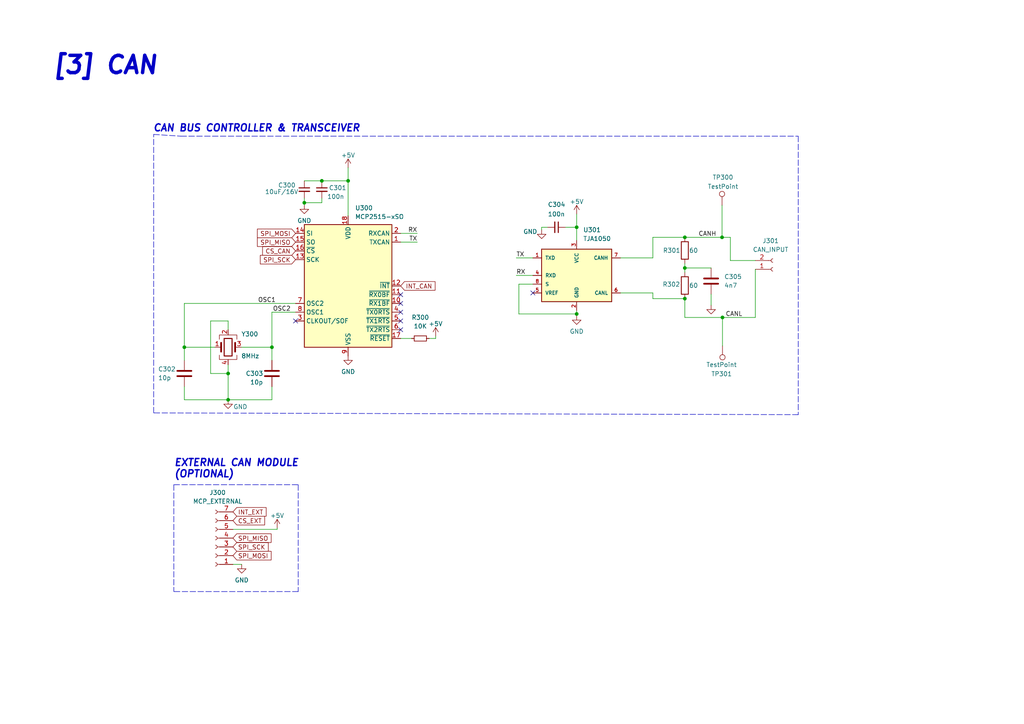
<source format=kicad_sch>
(kicad_sch (version 20211123) (generator eeschema)
  (paper "A4")
  (lib_symbols
    (symbol "Connector:Conn_01x02_Female" (pin_names (offset 1.016) hide)
      (property "Reference" "J" (at 0 2.54 0))
      (property "Value" "Conn_01x02_Female" (at 0 -5.08 0))
      (symbol "Conn_01x02_Female_1_1"
        (arc (start 0 -2.032) (mid -0.508 -2.54) (end 0 -3.048) (stroke (width 0.1524)))
        (polyline (pts (xy -1.27 -2.54) (xy -0.508 -2.54)) (stroke (width 0.1524)))
        (polyline (pts (xy -1.27 0) (xy -0.508 0)) (stroke (width 0.1524)))
        (arc (start 0 0.508) (mid -0.508 0) (end 0 -0.508) (stroke (width 0.1524)))
        (pin passive line (at -5.08 0 0) (length 3.81) (name "Pin_1") (number "1"))
        (pin passive line (at -5.08 -2.54 0) (length 3.81) (name "Pin_2") (number "2"))
      )
    )
    (symbol "Connector:Conn_01x07_Female" (pin_names (offset 1.016) hide)
      (property "Reference" "J" (at 0 10.16 0))
      (property "Value" "Conn_01x07_Female" (at 0 -10.16 0))
      (symbol "Conn_01x07_Female_1_1"
        (arc (start 0 -7.112) (mid -0.508 -7.62) (end 0 -8.128) (stroke (width 0.1524)))
        (arc (start 0 -4.572) (mid -0.508 -5.08) (end 0 -5.588) (stroke (width 0.1524)))
        (arc (start 0 -2.032) (mid -0.508 -2.54) (end 0 -3.048) (stroke (width 0.1524)))
        (polyline (pts (xy -1.27 -7.62) (xy -0.508 -7.62)) (stroke (width 0.1524)))
        (polyline (pts (xy -1.27 -5.08) (xy -0.508 -5.08)) (stroke (width 0.1524)))
        (polyline (pts (xy -1.27 -2.54) (xy -0.508 -2.54)) (stroke (width 0.1524)))
        (polyline (pts (xy -1.27 0) (xy -0.508 0)) (stroke (width 0.1524)))
        (polyline (pts (xy -1.27 2.54) (xy -0.508 2.54)) (stroke (width 0.1524)))
        (polyline (pts (xy -1.27 5.08) (xy -0.508 5.08)) (stroke (width 0.1524)))
        (polyline (pts (xy -1.27 7.62) (xy -0.508 7.62)) (stroke (width 0.1524)))
        (arc (start 0 0.508) (mid -0.508 0) (end 0 -0.508) (stroke (width 0.1524)))
        (arc (start 0 3.048) (mid -0.508 2.54) (end 0 2.032) (stroke (width 0.1524)))
        (arc (start 0 5.588) (mid -0.508 5.08) (end 0 4.572) (stroke (width 0.1524)))
        (arc (start 0 8.128) (mid -0.508 7.62) (end 0 7.112) (stroke (width 0.1524)))
        (pin passive line (at -5.08 7.62 0) (length 3.81) (name "Pin_1") (number "1"))
        (pin passive line (at -5.08 5.08 0) (length 3.81) (name "Pin_2") (number "2"))
        (pin passive line (at -5.08 2.54 0) (length 3.81) (name "Pin_3") (number "3"))
        (pin passive line (at -5.08 0 0) (length 3.81) (name "Pin_4") (number "4"))
        (pin passive line (at -5.08 -2.54 0) (length 3.81) (name "Pin_5") (number "5"))
        (pin passive line (at -5.08 -5.08 0) (length 3.81) (name "Pin_6") (number "6"))
        (pin passive line (at -5.08 -7.62 0) (length 3.81) (name "Pin_7") (number "7"))
      )
    )
    (symbol "Connector:TestPoint" (pin_numbers hide) (pin_names (offset 0.762) hide)
      (property "Reference" "TP" (at 0 6.858 0))
      (property "Value" "TestPoint" (at 0 5.08 0))
      (symbol "TestPoint_0_1"
        (circle (center 0 3.302) (radius 0.762))
      )
      (symbol "TestPoint_1_1"
        (pin passive line (at 0 0 90) (length 2.54) (name "1") (number "1"))
      )
    )
    (symbol "Device:C" (pin_numbers hide) (pin_names (offset 0.254))
      (property "Reference" "C" (at 0.635 2.54 0))
      (property "Value" "C" (at 0.635 -2.54 0))
      (symbol "C_0_1"
        (polyline (pts (xy -2.032 -0.762) (xy 2.032 -0.762)) (stroke (width 0.508)))
        (polyline (pts (xy -2.032 0.762) (xy 2.032 0.762)) (stroke (width 0.508)))
      )
      (symbol "C_1_1"
        (pin passive line (at 0 3.81 270) (length 2.794) (name "~") (number "1"))
        (pin passive line (at 0 -3.81 90) (length 2.794) (name "~") (number "2"))
      )
    )
    (symbol "Device:C_Small" (pin_numbers hide) (pin_names (offset 0.254) hide)
      (property "Reference" "C" (at 0.254 1.778 0))
      (property "Value" "C_Small" (at 0.254 -2.032 0))
      (symbol "C_Small_0_1"
        (polyline (pts (xy -1.524 -0.508) (xy 1.524 -0.508)) (stroke (width 0.3302)))
        (polyline (pts (xy -1.524 0.508) (xy 1.524 0.508)) (stroke (width 0.3048)))
      )
      (symbol "C_Small_1_1"
        (pin passive line (at 0 2.54 270) (length 2.032) (name "~") (number "1"))
        (pin passive line (at 0 -2.54 90) (length 2.032) (name "~") (number "2"))
      )
    )
    (symbol "Device:Crystal_GND24" (pin_names (offset 1.016) hide)
      (property "Reference" "Y" (at 3.175 5.08 0))
      (property "Value" "Crystal_GND24" (at 3.175 3.175 0))
      (symbol "Crystal_GND24_0_1"
        (rectangle (start -1.143 2.54) (end 1.143 -2.54) (stroke (width 0.3048)))
        (polyline (pts (xy -2.54 0) (xy -2.032 0)))
        (polyline (pts (xy -2.032 -1.27) (xy -2.032 1.27)) (stroke (width 0.508)))
        (polyline (pts (xy 0 -3.81) (xy 0 -3.556)))
        (polyline (pts (xy 0 3.556) (xy 0 3.81)))
        (polyline (pts (xy 2.032 -1.27) (xy 2.032 1.27)) (stroke (width 0.508)))
        (polyline (pts (xy 2.032 0) (xy 2.54 0)))
        (polyline (pts (xy -2.54 -2.286) (xy -2.54 -3.556) (xy 2.54 -3.556) (xy 2.54 -2.286)))
        (polyline (pts (xy -2.54 2.286) (xy -2.54 3.556) (xy 2.54 3.556) (xy 2.54 2.286)))
      )
      (symbol "Crystal_GND24_1_1"
        (pin passive line (at -3.81 0 0) (length 1.27) (name "1") (number "1"))
        (pin passive line (at 0 5.08 270) (length 1.27) (name "2") (number "2"))
        (pin passive line (at 3.81 0 180) (length 1.27) (name "3") (number "3"))
        (pin passive line (at 0 -5.08 90) (length 1.27) (name "4") (number "4"))
      )
    )
    (symbol "Device:R" (pin_numbers hide) (pin_names (offset 0))
      (property "Reference" "R" (at 2.032 0 90))
      (property "Value" "R" (at 0 0 90))
      (symbol "R_0_1"
        (rectangle (start -1.016 -2.54) (end 1.016 2.54) (stroke (width 0.254)))
      )
      (symbol "R_1_1"
        (pin passive line (at 0 3.81 270) (length 1.27) (name "~") (number "1"))
        (pin passive line (at 0 -3.81 90) (length 1.27) (name "~") (number "2"))
      )
    )
    (symbol "Device:R_Small" (pin_numbers hide) (pin_names (offset 0.254) hide)
      (property "Reference" "R" (at 0.762 0.508 0))
      (property "Value" "R_Small" (at 0.762 -1.016 0))
      (symbol "R_Small_0_1"
        (rectangle (start -0.762 1.778) (end 0.762 -1.778) (stroke (width 0.2032)))
      )
      (symbol "R_Small_1_1"
        (pin passive line (at 0 2.54 270) (length 0.762) (name "~") (number "1"))
        (pin passive line (at 0 -2.54 90) (length 0.762) (name "~") (number "2"))
      )
    )
    (symbol "Interface_CAN_LIN:MCP2515-xSO"
      (property "Reference" "U" (at -10.16 19.685 0))
      (property "Value" "MCP2515-xSO" (at 19.05 20.32 0))
      (symbol "MCP2515-xSO_0_1"
        (rectangle (start -12.7 17.78) (end 12.7 -17.78) (stroke (width 0.254)) (fill (type background)))
      )
      (symbol "MCP2515-xSO_1_1"
        (pin output line (at 15.24 12.7 180) (length 2.54) (name "TXCAN") (number "1"))
        (pin output line (at 15.24 -5.08 180) (length 2.54) (name "~{RX1BF}") (number "10"))
        (pin output line (at 15.24 -2.54 180) (length 2.54) (name "~{RX0BF}") (number "11"))
        (pin output line (at 15.24 0 180) (length 2.54) (name "~{INT}") (number "12"))
        (pin input line (at -15.24 7.62 0) (length 2.54) (name "SCK") (number "13"))
        (pin input line (at -15.24 15.24 0) (length 2.54) (name "SI") (number "14"))
        (pin output line (at -15.24 12.7 0) (length 2.54) (name "SO") (number "15"))
        (pin input line (at -15.24 10.16 0) (length 2.54) (name "~{CS}") (number "16"))
        (pin input line (at 15.24 -15.24 180) (length 2.54) (name "~{RESET}") (number "17"))
        (pin power_in line (at 0 20.32 270) (length 2.54) (name "VDD") (number "18"))
        (pin input line (at 15.24 15.24 180) (length 2.54) (name "RXCAN") (number "2"))
        (pin output line (at -15.24 -10.16 0) (length 2.54) (name "CLKOUT/SOF") (number "3"))
        (pin input line (at 15.24 -7.62 180) (length 2.54) (name "~{TX0RTS}") (number "4"))
        (pin input line (at 15.24 -10.16 180) (length 2.54) (name "~{TX1RTS}") (number "5"))
        (pin input line (at 15.24 -12.7 180) (length 2.54) (name "~{TX2RTS}") (number "6"))
        (pin output line (at -15.24 -5.08 0) (length 2.54) (name "OSC2") (number "7"))
        (pin input line (at -15.24 -7.62 0) (length 2.54) (name "OSC1") (number "8"))
        (pin power_in line (at 0 -20.32 90) (length 2.54) (name "VSS") (number "9"))
      )
    )
    (symbol "TJA1050T:TJA1050" (pin_names (offset 1.016))
      (property "Reference" "U" (at -10.16 10.16 0))
      (property "Value" "TJA1050" (at -10.16 -10.16 0))
      (symbol "TJA1050_0_0"
        (rectangle (start -10.16 -7.62) (end 10.16 7.62) (stroke (width 0.254)) (fill (type background)))
        (pin output line (at -12.7 5.08 0) (length 2.54) (name "TXD") (number "1"))
        (pin bidirectional line (at 0 -10.16 90) (length 2.54) (name "GND") (number "2"))
        (pin bidirectional line (at 0 10.16 270) (length 2.54) (name "VCC") (number "3"))
        (pin bidirectional line (at -12.7 0 0) (length 2.54) (name "RXD") (number "4"))
        (pin passive line (at -12.7 -5.08 0) (length 2.54) (name "VREF") (number "5"))
        (pin bidirectional line (at 12.7 -5.08 180) (length 2.54) (name "CANL") (number "6"))
        (pin bidirectional line (at 12.7 5.08 180) (length 2.54) (name "CANH") (number "7"))
        (pin power_in line (at -12.7 -2.54 0) (length 2.54) (name "S") (number "8"))
      )
    )
    (symbol "power:+5V" (power) (pin_names (offset 0))
      (property "Value" "+5V" (at 0 3.556 0))
      (symbol "+5V_0_1"
        (polyline (pts (xy -0.762 1.27) (xy 0 2.54)))
        (polyline (pts (xy 0 0) (xy 0 2.54)))
        (polyline (pts (xy 0 2.54) (xy 0.762 1.27)))
      )
      (symbol "+5V_1_1"
        (pin power_in line (at 0 0 90) (length 0) hide (name "+5V") (number "1"))
      )
    )
    (symbol "power:GND" (power) (pin_names (offset 0))
      (property "Value" "GND" (at 0 -3.81 0))
      (symbol "GND_0_1"
        (polyline (pts (xy 0 0) (xy 0 -1.27) (xy 1.27 -1.27) (xy 0 -2.54) (xy -1.27 -1.27) (xy 0 -1.27)))
      )
      (symbol "GND_1_1"
        (pin power_in line (at 0 0 270) (length 0) hide (name "GND") (number "1"))
      )
    )
  )
  (junction (at 78.867 100.711))
  (junction (at 53.467 100.711))
  (junction (at 93.345 52.451))
  (junction (at 66.167 108.331))
  (junction (at 100.965 52.451))
  (junction (at 167.259 65.913))
  (junction (at 198.628 68.834))
  (junction (at 209.55 92.075))
  (junction (at 167.259 91.059))
  (junction (at 88.265 58.801))
  (junction (at 198.628 77.724))
  (junction (at 209.423 68.834))
  (junction (at 198.628 86.614))
  (junction (at 66.167 115.951))
  (no_connect (at 116.205 90.551))
  (no_connect (at 116.205 95.631))
  (no_connect (at 85.725 93.091))
  (no_connect (at 116.205 93.091))
  (no_connect (at 116.205 88.011))
  (no_connect (at 116.205 85.471))
  (no_connect (at 154.559 84.963))
  (polyline (pts (xy 50.419 140.589) (xy 50.419 171.577)))
  (wire (pts (xy 219.075 75.565) (xy 211.836 75.565)))
  (wire (pts (xy 206.248 85.344) (xy 206.248 88.519)))
  (wire (pts (xy 80.391 153.543) (xy 80.391 153.162)))
  (wire (pts (xy 124.46 98.171) (xy 126.365 98.171)))
  (wire (pts (xy 211.836 75.565) (xy 211.836 68.834)))
  (polyline (pts (xy 231.521 39.497) (xy 231.521 120.269)))
  (wire (pts (xy 209.423 68.834) (xy 198.628 68.834)))
  (wire (pts (xy 66.167 105.791) (xy 66.167 108.331)))
  (polyline (pts (xy 52.451 39.497) (xy 231.521 39.497)))
  (wire (pts (xy 189.357 86.614) (xy 198.628 86.614)))
  (wire (pts (xy 189.357 68.834) (xy 189.357 74.803)))
  (wire (pts (xy 198.628 68.834) (xy 189.357 68.834)))
  (wire (pts (xy 209.55 92.075) (xy 209.55 100.33)))
  (wire (pts (xy 198.628 77.724) (xy 198.628 78.994)))
  (wire (pts (xy 150.495 91.059) (xy 167.259 91.059)))
  (polyline (pts (xy 86.487 140.589) (xy 86.487 171.577)))
  (wire (pts (xy 67.564 153.543) (xy 80.391 153.543)))
  (wire (pts (xy 78.867 104.521) (xy 78.867 100.711)))
  (wire (pts (xy 167.259 62.103) (xy 167.259 65.913)))
  (wire (pts (xy 149.733 79.883) (xy 154.559 79.883)))
  (wire (pts (xy 167.259 91.059) (xy 167.259 90.043)))
  (wire (pts (xy 167.259 91.567) (xy 167.259 91.059)))
  (wire (pts (xy 116.205 70.231) (xy 121.031 70.231)))
  (wire (pts (xy 66.167 108.331) (xy 66.167 115.951)))
  (wire (pts (xy 61.087 108.331) (xy 66.167 108.331)))
  (wire (pts (xy 93.345 57.531) (xy 93.345 58.801)))
  (polyline (pts (xy 86.487 171.577) (xy 50.419 171.577)))
  (wire (pts (xy 163.957 65.913) (xy 167.259 65.913)))
  (wire (pts (xy 53.467 88.011) (xy 85.725 88.011)))
  (wire (pts (xy 93.345 52.451) (xy 100.965 52.451)))
  (wire (pts (xy 189.357 84.963) (xy 189.357 86.614)))
  (wire (pts (xy 61.087 93.091) (xy 61.087 108.331)))
  (wire (pts (xy 179.959 74.803) (xy 189.357 74.803)))
  (wire (pts (xy 88.265 57.531) (xy 88.265 58.801)))
  (wire (pts (xy 53.467 115.951) (xy 53.467 112.141)))
  (wire (pts (xy 158.877 65.913) (xy 157.099 65.913)))
  (wire (pts (xy 78.867 115.951) (xy 78.867 112.141)))
  (wire (pts (xy 209.55 92.075) (xy 198.628 92.075)))
  (wire (pts (xy 116.205 98.171) (xy 119.38 98.171)))
  (wire (pts (xy 219.075 78.105) (xy 219.075 92.075)))
  (polyline (pts (xy 231.521 120.269) (xy 44.577 119.761)))
  (wire (pts (xy 66.167 93.091) (xy 61.087 93.091)))
  (wire (pts (xy 198.628 77.724) (xy 206.248 77.724)))
  (wire (pts (xy 78.867 90.551) (xy 85.725 90.551)))
  (wire (pts (xy 53.467 115.951) (xy 66.167 115.951)))
  (wire (pts (xy 116.205 67.691) (xy 121.031 67.691)))
  (wire (pts (xy 78.867 90.551) (xy 78.867 100.711)))
  (wire (pts (xy 126.365 97.536) (xy 126.365 98.171)))
  (wire (pts (xy 211.836 68.834) (xy 209.423 68.834)))
  (wire (pts (xy 100.965 48.641) (xy 100.965 52.451)))
  (wire (pts (xy 88.265 58.801) (xy 88.265 59.436)))
  (wire (pts (xy 198.628 92.075) (xy 198.628 86.614)))
  (wire (pts (xy 66.167 115.951) (xy 78.867 115.951)))
  (wire (pts (xy 67.564 163.703) (xy 70.104 163.703)))
  (wire (pts (xy 209.423 59.563) (xy 209.423 68.834)))
  (polyline (pts (xy 50.419 140.589) (xy 86.487 140.589)))
  (wire (pts (xy 88.265 58.801) (xy 93.345 58.801)))
  (wire (pts (xy 157.099 65.913) (xy 157.099 66.675)))
  (wire (pts (xy 100.965 52.451) (xy 100.965 62.611)))
  (wire (pts (xy 53.467 100.711) (xy 62.357 100.711)))
  (wire (pts (xy 198.628 76.454) (xy 198.628 77.724)))
  (polyline (pts (xy 44.577 38.989) (xy 52.451 39.497)))
  (polyline (pts (xy 44.577 119.761) (xy 44.577 38.989)))
  (wire (pts (xy 154.559 82.423) (xy 150.495 82.423)))
  (wire (pts (xy 78.867 100.711) (xy 69.977 100.711)))
  (wire (pts (xy 53.467 88.011) (xy 53.467 100.711)))
  (wire (pts (xy 150.495 82.423) (xy 150.495 91.059)))
  (wire (pts (xy 53.467 104.521) (xy 53.467 100.711)))
  (wire (pts (xy 66.167 95.631) (xy 66.167 93.091)))
  (wire (pts (xy 219.075 92.075) (xy 209.55 92.075)))
  (wire (pts (xy 167.259 65.913) (xy 167.259 69.723)))
  (wire (pts (xy 88.265 52.451) (xy 93.345 52.451)))
  (wire (pts (xy 179.959 84.963) (xy 189.357 84.963)))
  (wire (pts (xy 154.559 74.803) (xy 149.733 74.803)))
  (text "EXTERNAL CAN MODULE\n(OPTIONAL)" (at 50.419 138.811 0) (effects (font (size 2.032 2.032) (thickness 0.4064) bold italic) (justify left bottom)))
  (text "[3] CAN" (at 14.986 21.971 0) (effects (font (size 5.0038 5.0038) (thickness 1.0008) bold italic) (justify left bottom)))
  (text "CAN BUS CONTROLLER & TRANSCEIVER" (at 44.323 38.481 0) (effects (font (size 2.032 2.032) bold italic) (justify left bottom)))
  (label "OSC2" (at 79.121 90.551 0))
  (label "TX" (at 149.733 74.803 0))
  (label "TX" (at 121.031 70.231 180))
  (label "RX" (at 121.031 67.691 180))
  (label "RX" (at 149.733 79.883 0))
  (label "CANL" (at 210.439 92.075 0))
  (label "OSC1" (at 74.803 88.011 0))
  (label "CANH" (at 202.565 68.834 0))
  (global_label "CS_CAN" (shape input) (at 85.725 72.771 180) (property "Intersheet References" "${INTERSHEET_REFS}" (effects hide)))
  (global_label "CS_EXT" (shape input) (at 67.564 151.003 0) (property "Intersheet References" "${INTERSHEET_REFS}" (effects hide)))
  (global_label "SPI_MOSI" (shape input) (at 67.564 161.163 0) (property "Intersheet References" "${INTERSHEET_REFS}" (effects hide)))
  (global_label "SPI_MOSI" (shape input) (at 85.725 67.691 180) (property "Intersheet References" "${INTERSHEET_REFS}" (effects hide)))
  (global_label "SPI_MISO" (shape input) (at 85.725 70.231 180) (property "Intersheet References" "${INTERSHEET_REFS}" (effects hide)))
  (global_label "SPI_MISO" (shape input) (at 67.564 156.083 0) (property "Intersheet References" "${INTERSHEET_REFS}" (effects hide)))
  (global_label "INT_CAN" (shape input) (at 116.205 82.931 0) (property "Intersheet References" "${INTERSHEET_REFS}" (effects hide)))
  (global_label "SPI_SCK" (shape input) (at 67.564 158.623 0) (property "Intersheet References" "${INTERSHEET_REFS}" (effects hide)))
  (global_label "INT_EXT" (shape input) (at 67.564 148.463 0) (property "Intersheet References" "${INTERSHEET_REFS}" (effects hide)))
  (global_label "SPI_SCK" (shape input) (at 85.725 75.311 180) (property "Intersheet References" "${INTERSHEET_REFS}" (effects hide)))
  (symbol (lib_id "Device:C") (at 206.248 81.534 0) (unit 1)
    (property "Reference" "C305" (at 210.058 80.264 0) (effects (justify left)))
    (property "Value" "4n7" (at 210.058 82.804 0) (effects (justify left)))
    (property "Footprint" "Capacitor_SMD:C_0805_2012Metric" (effects hide))
    (property "LCSC" "C1744" (effects hide))
  )
  (symbol (lib_id "power:GND") (at 100.965 103.251 0) (unit 1)
    (property "Reference" "#PWR0133" (effects hide))
    (property "Value" "GND" (at 100.965 107.8135 0))
  )
  (symbol (lib_id "power:GND") (at 167.259 91.567 0) (unit 1)
    (property "Reference" "#PWR0131" (effects hide))
    (property "Value" "GND" (at 167.259 96.1295 0))
  )
  (symbol (lib_id "Connector:Conn_01x02_Female") (at 224.155 78.105 0) (mirror x) (unit 1)
    (property "Reference" "J301" (at 223.52 69.85 0))
    (property "Value" "CAN_INPUT" (at 223.52 72.39 0))
    (property "Footprint" "Connector_Phoenix_MSTB:PhoenixContact_MSTBA_2,5_2-G-5,08_1x02_P5.08mm_Horizontal" (effects hide))
  )
  (symbol (lib_id "power:GND") (at 88.265 59.436 0) (unit 1)
    (property "Reference" "#PWR0127" (effects hide))
    (property "Value" "GND" (at 88.265 63.9985 0))
  )
  (symbol (lib_id "Device:R") (at 198.628 72.644 0) (unit 1)
    (property "Reference" "R301" (at 194.818 72.644 0))
    (property "Value" "60" (at 201.168 72.644 0))
    (property "Footprint" "Resistor_SMD:R_0402_1005Metric" (effects hide))
  )
  (symbol (lib_id "power:GND") (at 206.248 88.519 0) (mirror y) (unit 1)
    (property "Reference" "#PWR0129" (effects hide))
    (property "Value" "GND" (effects hide))
  )
  (symbol (lib_id "power:+5V") (at 80.391 153.162 0) (unit 1)
    (property "Reference" "#PWR0125" (effects hide))
    (property "Value" "+5V" (at 80.391 149.5575 0))
  )
  (symbol (lib_id "Device:R_Small") (at 121.92 98.171 270) (unit 1)
    (property "Reference" "R300" (at 121.92 92.075 90))
    (property "Value" "10K" (at 121.92 94.615 90))
    (property "Footprint" "Resistor_SMD:R_0603_1608Metric" (effects hide))
    (property "LCSC" "C25804" (effects hide))
  )
  (symbol (lib_id "Connector:Conn_01x07_Female") (at 62.484 156.083 180) (unit 1)
    (property "Reference" "J300" (at 63.119 142.875 0))
    (property "Value" "MCP_EXTERNAL" (at 63.119 145.415 0))
    (property "Footprint" "Connector_PinHeader_2.54mm:PinHeader_1x07_P2.54mm_Vertical" (effects hide))
  )
  (symbol (lib_id "power:+5V") (at 126.365 97.536 0) (unit 1)
    (property "Reference" "#PWR0132" (effects hide))
    (property "Value" "+5V" (at 126.365 93.9315 0))
  )
  (symbol (lib_id "Device:C_Small") (at 161.417 65.913 270) (unit 1)
    (property "Reference" "C304" (at 158.877 59.3279 90) (effects (justify left)))
    (property "Value" "100n" (at 158.877 62.103 90) (effects (justify left)))
    (property "Footprint" "Capacitor_SMD:C_0402_1005Metric" (effects hide))
    (property "LCSC" "C1525" (effects hide))
  )
  (symbol (lib_id "Device:C") (at 78.867 108.331 0) (unit 1)
    (property "Reference" "C303" (at 71.247 108.331 0) (effects (justify left)))
    (property "Value" "10p" (at 72.517 110.871 0) (effects (justify left)))
    (property "Footprint" "Capacitor_SMD:C_0402_1005Metric" (effects hide))
    (property "LCSC" "C32949" (effects hide))
  )
  (symbol (lib_id "Connector:TestPoint") (at 209.55 100.33 180) (unit 1)
    (property "Reference" "TP301" (at 212.344 108.458 0) (effects (justify left)))
    (property "Value" "TestPoint" (at 213.741 105.791 0) (effects (justify left)))
    (property "Footprint" "TestPoint:TestPoint_Pad_D2.0mm" (effects hide))
  )
  (symbol (lib_id "power:GND") (at 157.099 66.675 0) (unit 1)
    (property "Reference" "#PWR0123" (effects hide))
    (property "Value" "GND" (at 153.797 67.183 0))
  )
  (symbol (lib_id "Device:C_Small") (at 93.345 54.991 0) (unit 1)
    (property "Reference" "C301" (at 95.377 54.483 0) (effects (justify left)))
    (property "Value" "100n" (at 94.869 57.023 0) (effects (justify left)))
    (property "Footprint" "Capacitor_SMD:C_0402_1005Metric" (effects hide))
    (property "LCSC" "C1525" (effects hide))
  )
  (symbol (lib_id "power:GND") (at 70.104 163.703 0) (unit 1)
    (property "Reference" "#PWR0126" (effects hide))
    (property "Value" "GND" (at 70.104 168.2655 0))
  )
  (symbol (lib_id "Device:R") (at 198.628 82.804 0) (unit 1)
    (property "Reference" "R302" (at 194.7164 82.4738 0))
    (property "Value" "60" (at 201.168 82.804 0))
    (property "Footprint" "Resistor_SMD:R_0402_1005Metric" (effects hide))
  )
  (symbol (lib_id "Interface_CAN_LIN:MCP2515-xSO") (at 100.965 82.931 0) (unit 1)
    (property "Reference" "U300" (at 102.9844 60.325 0) (effects (justify left)))
    (property "Value" "MCP2515-xSO" (at 102.9844 62.865 0) (effects (justify left)))
    (property "Footprint" "Package_SO:SOIC-18W_7.5x11.6mm_P1.27mm" (effects hide))
    (property "Datasheet" "http://ww1.microchip.com/downloads/en/DeviceDoc/21801e.pdf" (effects hide))
    (property "LCSC" "C153782" (effects hide))
  )
  (symbol (lib_id "power:GND") (at 66.167 115.951 0) (unit 1)
    (property "Reference" "#PWR0124" (effects hide))
    (property "Value" "GND" (at 69.723 117.983 0))
  )
  (symbol (lib_id "Connector:TestPoint") (at 209.423 59.563 0) (unit 1)
    (property "Reference" "TP300" (at 206.629 51.435 0) (effects (justify left)))
    (property "Value" "TestPoint" (at 205.232 54.102 0) (effects (justify left)))
    (property "Footprint" "TestPoint:TestPoint_Pad_D2.0mm" (effects hide))
  )
  (symbol (lib_id "Device:Crystal_GND24") (at 66.167 100.711 0) (unit 1)
    (property "Reference" "Y300" (at 69.977 96.901 0) (effects (justify left)))
    (property "Value" "8MHz" (at 69.977 103.251 0) (effects (justify left)))
    (property "Footprint" "Crystal:Crystal_SMD_3225-4Pin_3.2x2.5mm" (effects hide))
    (property "LCSC" "C400090" (effects hide))
  )
  (symbol (lib_id "power:+5V") (at 100.965 48.641 0) (unit 1)
    (property "Reference" "#PWR0128" (effects hide))
    (property "Value" "+5V" (at 100.965 45.0365 0))
  )
  (symbol (lib_id "power:+5V") (at 167.259 62.103 0) (unit 1)
    (property "Reference" "#PWR0130" (effects hide))
    (property "Value" "+5V" (at 167.259 58.4985 0))
  )
  (symbol (lib_id "Device:C_Small") (at 88.265 54.991 0) (unit 1)
    (property "Reference" "C300" (at 80.645 53.721 0) (effects (justify left)))
    (property "Value" "10uF/16V" (at 76.835 55.626 0) (effects (justify left)))
    (property "Footprint" "Capacitor_SMD:C_0603_1608Metric" (effects hide))
    (property "LCSC" "C19702" (effects hide))
  )
  (symbol (lib_id "TJA1050T:TJA1050") (at 167.259 79.883 0) (unit 1)
    (property "Reference" "U301" (at 169.1387 66.675 0) (effects (justify left)))
    (property "Value" "TJA1050" (at 169.1387 69.215 0) (effects (justify left)))
    (property "Footprint" "TJA1050T:SOT96-1" (effects hide))
    (property "LCSC" "C6952" (effects hide))
  )
  (symbol (lib_id "Device:C") (at 53.467 108.331 0) (unit 1)
    (property "Reference" "C302" (at 45.847 107.061 0) (effects (justify left)))
    (property "Value" "10p" (at 45.847 109.601 0) (effects (justify left)))
    (property "Footprint" "Capacitor_SMD:C_0402_1005Metric" (effects hide))
    (property "LCSC" "C32949" (effects hide))
  )
)
</source>
